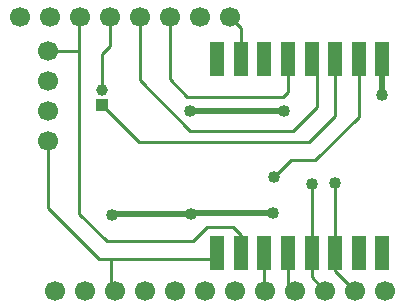
<source format=gbr>
G04 DipTrace 3.3.1.3*
G04 Bottom.gbr*
%MOMM*%
G04 #@! TF.FileFunction,Copper,L2,Bot*
G04 #@! TF.Part,Single*
G04 #@! TA.AperFunction,Conductor*
%ADD10C,0.25*%
%ADD14C,0.5*%
%ADD22R,1.2X3.0*%
G04 #@! TA.AperFunction,ComponentPad*
%ADD23C,1.7*%
%ADD26R,1.0X1.0*%
%ADD27C,1.0*%
G04 #@! TA.AperFunction,ViaPad*
%ADD28C,1.016*%
%FSLAX35Y35*%
G04*
G71*
G90*
G75*
G01*
G04 Bottom*
%LPD*%
X2205613Y1662277D2*
D14*
X3006777Y1662677D1*
X3836903Y1798323D2*
X3836713Y1798513D1*
Y2103157D1*
X3838553Y403857D2*
X3836713Y405697D1*
Y463157D1*
X1545103Y787527D2*
X1552853Y795277D1*
X2218220D1*
X2222447Y799503D1*
X2911490D1*
X3236927Y1046510D2*
D10*
Y463157D1*
X3236713D1*
Y259350D1*
X3351603Y144460D1*
X3433573Y1056530D2*
Y463157D1*
X3436713D1*
Y313350D1*
X3605603Y144460D1*
X1527097Y2458967D2*
Y2215990D1*
X1460553Y2149447D1*
Y1842337D1*
X3635543Y2108280D2*
Y2103157D1*
X3636713D1*
X2914733Y1103793D2*
X3059900Y1248960D1*
X3267577D1*
X3636713Y1618097D1*
Y2103157D1*
X1781097Y2458967D2*
Y1923727D1*
X2208143Y1496680D1*
X3076200D1*
X3280333Y1700813D1*
Y2016217D1*
X3236713Y2059837D1*
Y2103157D1*
X1460553Y1715337D2*
X1773540Y1402350D1*
X3213573D1*
X3436713Y1625490D1*
Y2103157D1*
X2836587Y2114307D2*
Y2103157D1*
X2836713D1*
X2543413Y2459000D2*
X2636713Y2365700D1*
Y2103157D1*
X3636713Y463157D2*
X3651100D1*
X3635940Y411627D1*
X2836713Y463157D2*
Y151350D1*
X2843603Y144460D1*
X3036713Y463157D2*
Y205350D1*
X3097603Y144460D1*
X2035097Y2458967D2*
Y1936697D1*
X2185677Y1786117D1*
X2997887D1*
X3036713Y1824943D1*
Y2103157D1*
X1005893Y1415100D2*
Y846473D1*
X1439493Y412873D1*
X1541410D1*
X2436713D1*
Y463157D1*
X1541410Y412873D2*
Y144460D1*
X1573603D1*
X2435377Y2114307D2*
Y2103157D1*
X2436713D1*
X2435377Y2114307D2*
X2436713Y2112970D1*
Y2103157D1*
X1005870Y2177100D2*
X1268980D1*
Y794367D1*
X1500233Y563113D1*
X2229203D1*
X2349410Y683320D1*
X2567680D1*
X2636713Y614287D1*
Y463157D1*
X1273097Y2458967D2*
X1268980D1*
Y2177100D1*
D28*
X2836587Y2114307D3*
X3836903Y1798323D3*
X2435377Y2114307D3*
X3838553Y403857D3*
X3635940Y411627D3*
X3433573Y1056530D3*
X1545103Y787527D3*
X3236927Y1046510D3*
X3006777Y1662677D3*
X3635543Y2108280D3*
X2205613Y1662277D3*
X2914733Y1103793D3*
X2911490Y799503D3*
X2218220Y795277D3*
D22*
X2436713Y2103157D3*
X2636713D3*
X2836713D3*
X3036713D3*
X3236713D3*
X3436713D3*
X3636713D3*
X3836713D3*
X2436713Y463157D3*
X2636713D3*
X2836713D3*
X3036713D3*
X3236713D3*
X3436713D3*
X3636713D3*
X3836713D3*
D23*
X2289097Y2458967D3*
X1065603Y144460D3*
X1319603D3*
X1573603D3*
X1827603D3*
X2081603D3*
X2335603D3*
X2589603D3*
X2843603D3*
X3097603D3*
X3351603D3*
X3605603D3*
X3859603D3*
X2035097Y2458967D3*
X1781097D3*
X1527097D3*
X1273097D3*
X1019097D3*
X765097D3*
X1005893Y1415100D3*
X1005870Y1669100D3*
Y1923100D3*
Y2177100D3*
D26*
X1460553Y1715337D3*
D27*
Y1842337D3*
D23*
X2543413Y2459000D3*
M02*

</source>
